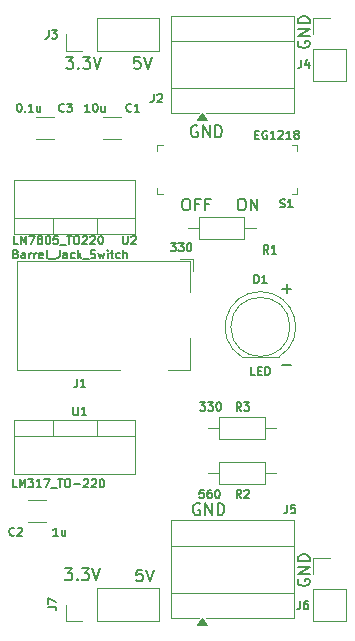
<source format=gto>
%TF.GenerationSoftware,KiCad,Pcbnew,9.0.5*%
%TF.CreationDate,2025-11-24T13:01:10-08:00*%
%TF.ProjectId,project2_breadboard_power_supply,70726f6a-6563-4743-925f-627265616462,rev?*%
%TF.SameCoordinates,Original*%
%TF.FileFunction,Legend,Top*%
%TF.FilePolarity,Positive*%
%FSLAX46Y46*%
G04 Gerber Fmt 4.6, Leading zero omitted, Abs format (unit mm)*
G04 Created by KiCad (PCBNEW 9.0.5) date 2025-11-24 13:01:10*
%MOMM*%
%LPD*%
G01*
G04 APERTURE LIST*
%ADD10C,0.150000*%
%ADD11C,0.120000*%
%ADD12C,0.100000*%
G04 APERTURE END LIST*
D10*
X162627255Y-102169819D02*
X162817731Y-102169819D01*
X162817731Y-102169819D02*
X162912969Y-102217438D01*
X162912969Y-102217438D02*
X163008207Y-102312676D01*
X163008207Y-102312676D02*
X163055826Y-102503152D01*
X163055826Y-102503152D02*
X163055826Y-102836485D01*
X163055826Y-102836485D02*
X163008207Y-103026961D01*
X163008207Y-103026961D02*
X162912969Y-103122200D01*
X162912969Y-103122200D02*
X162817731Y-103169819D01*
X162817731Y-103169819D02*
X162627255Y-103169819D01*
X162627255Y-103169819D02*
X162532017Y-103122200D01*
X162532017Y-103122200D02*
X162436779Y-103026961D01*
X162436779Y-103026961D02*
X162389160Y-102836485D01*
X162389160Y-102836485D02*
X162389160Y-102503152D01*
X162389160Y-102503152D02*
X162436779Y-102312676D01*
X162436779Y-102312676D02*
X162532017Y-102217438D01*
X162532017Y-102217438D02*
X162627255Y-102169819D01*
X163484398Y-103169819D02*
X163484398Y-102169819D01*
X163484398Y-102169819D02*
X164055826Y-103169819D01*
X164055826Y-103169819D02*
X164055826Y-102169819D01*
X154112969Y-90169819D02*
X153636779Y-90169819D01*
X153636779Y-90169819D02*
X153589160Y-90646009D01*
X153589160Y-90646009D02*
X153636779Y-90598390D01*
X153636779Y-90598390D02*
X153732017Y-90550771D01*
X153732017Y-90550771D02*
X153970112Y-90550771D01*
X153970112Y-90550771D02*
X154065350Y-90598390D01*
X154065350Y-90598390D02*
X154112969Y-90646009D01*
X154112969Y-90646009D02*
X154160588Y-90741247D01*
X154160588Y-90741247D02*
X154160588Y-90979342D01*
X154160588Y-90979342D02*
X154112969Y-91074580D01*
X154112969Y-91074580D02*
X154065350Y-91122200D01*
X154065350Y-91122200D02*
X153970112Y-91169819D01*
X153970112Y-91169819D02*
X153732017Y-91169819D01*
X153732017Y-91169819D02*
X153636779Y-91122200D01*
X153636779Y-91122200D02*
X153589160Y-91074580D01*
X154446303Y-90169819D02*
X154779636Y-91169819D01*
X154779636Y-91169819D02*
X155112969Y-90169819D01*
X167517438Y-88839411D02*
X167469819Y-88934649D01*
X167469819Y-88934649D02*
X167469819Y-89077506D01*
X167469819Y-89077506D02*
X167517438Y-89220363D01*
X167517438Y-89220363D02*
X167612676Y-89315601D01*
X167612676Y-89315601D02*
X167707914Y-89363220D01*
X167707914Y-89363220D02*
X167898390Y-89410839D01*
X167898390Y-89410839D02*
X168041247Y-89410839D01*
X168041247Y-89410839D02*
X168231723Y-89363220D01*
X168231723Y-89363220D02*
X168326961Y-89315601D01*
X168326961Y-89315601D02*
X168422200Y-89220363D01*
X168422200Y-89220363D02*
X168469819Y-89077506D01*
X168469819Y-89077506D02*
X168469819Y-88982268D01*
X168469819Y-88982268D02*
X168422200Y-88839411D01*
X168422200Y-88839411D02*
X168374580Y-88791792D01*
X168374580Y-88791792D02*
X168041247Y-88791792D01*
X168041247Y-88791792D02*
X168041247Y-88982268D01*
X168469819Y-88363220D02*
X167469819Y-88363220D01*
X167469819Y-88363220D02*
X168469819Y-87791792D01*
X168469819Y-87791792D02*
X167469819Y-87791792D01*
X168469819Y-87315601D02*
X167469819Y-87315601D01*
X167469819Y-87315601D02*
X167469819Y-87077506D01*
X167469819Y-87077506D02*
X167517438Y-86934649D01*
X167517438Y-86934649D02*
X167612676Y-86839411D01*
X167612676Y-86839411D02*
X167707914Y-86791792D01*
X167707914Y-86791792D02*
X167898390Y-86744173D01*
X167898390Y-86744173D02*
X168041247Y-86744173D01*
X168041247Y-86744173D02*
X168231723Y-86791792D01*
X168231723Y-86791792D02*
X168326961Y-86839411D01*
X168326961Y-86839411D02*
X168422200Y-86934649D01*
X168422200Y-86934649D02*
X168469819Y-87077506D01*
X168469819Y-87077506D02*
X168469819Y-87315601D01*
X159160588Y-128017438D02*
X159065350Y-127969819D01*
X159065350Y-127969819D02*
X158922493Y-127969819D01*
X158922493Y-127969819D02*
X158779636Y-128017438D01*
X158779636Y-128017438D02*
X158684398Y-128112676D01*
X158684398Y-128112676D02*
X158636779Y-128207914D01*
X158636779Y-128207914D02*
X158589160Y-128398390D01*
X158589160Y-128398390D02*
X158589160Y-128541247D01*
X158589160Y-128541247D02*
X158636779Y-128731723D01*
X158636779Y-128731723D02*
X158684398Y-128826961D01*
X158684398Y-128826961D02*
X158779636Y-128922200D01*
X158779636Y-128922200D02*
X158922493Y-128969819D01*
X158922493Y-128969819D02*
X159017731Y-128969819D01*
X159017731Y-128969819D02*
X159160588Y-128922200D01*
X159160588Y-128922200D02*
X159208207Y-128874580D01*
X159208207Y-128874580D02*
X159208207Y-128541247D01*
X159208207Y-128541247D02*
X159017731Y-128541247D01*
X159636779Y-128969819D02*
X159636779Y-127969819D01*
X159636779Y-127969819D02*
X160208207Y-128969819D01*
X160208207Y-128969819D02*
X160208207Y-127969819D01*
X160684398Y-128969819D02*
X160684398Y-127969819D01*
X160684398Y-127969819D02*
X160922493Y-127969819D01*
X160922493Y-127969819D02*
X161065350Y-128017438D01*
X161065350Y-128017438D02*
X161160588Y-128112676D01*
X161160588Y-128112676D02*
X161208207Y-128207914D01*
X161208207Y-128207914D02*
X161255826Y-128398390D01*
X161255826Y-128398390D02*
X161255826Y-128541247D01*
X161255826Y-128541247D02*
X161208207Y-128731723D01*
X161208207Y-128731723D02*
X161160588Y-128826961D01*
X161160588Y-128826961D02*
X161065350Y-128922200D01*
X161065350Y-128922200D02*
X160922493Y-128969819D01*
X160922493Y-128969819D02*
X160684398Y-128969819D01*
X166136779Y-116288866D02*
X166898684Y-116288866D01*
X147741541Y-133469819D02*
X148360588Y-133469819D01*
X148360588Y-133469819D02*
X148027255Y-133850771D01*
X148027255Y-133850771D02*
X148170112Y-133850771D01*
X148170112Y-133850771D02*
X148265350Y-133898390D01*
X148265350Y-133898390D02*
X148312969Y-133946009D01*
X148312969Y-133946009D02*
X148360588Y-134041247D01*
X148360588Y-134041247D02*
X148360588Y-134279342D01*
X148360588Y-134279342D02*
X148312969Y-134374580D01*
X148312969Y-134374580D02*
X148265350Y-134422200D01*
X148265350Y-134422200D02*
X148170112Y-134469819D01*
X148170112Y-134469819D02*
X147884398Y-134469819D01*
X147884398Y-134469819D02*
X147789160Y-134422200D01*
X147789160Y-134422200D02*
X147741541Y-134374580D01*
X148789160Y-134374580D02*
X148836779Y-134422200D01*
X148836779Y-134422200D02*
X148789160Y-134469819D01*
X148789160Y-134469819D02*
X148741541Y-134422200D01*
X148741541Y-134422200D02*
X148789160Y-134374580D01*
X148789160Y-134374580D02*
X148789160Y-134469819D01*
X149170112Y-133469819D02*
X149789159Y-133469819D01*
X149789159Y-133469819D02*
X149455826Y-133850771D01*
X149455826Y-133850771D02*
X149598683Y-133850771D01*
X149598683Y-133850771D02*
X149693921Y-133898390D01*
X149693921Y-133898390D02*
X149741540Y-133946009D01*
X149741540Y-133946009D02*
X149789159Y-134041247D01*
X149789159Y-134041247D02*
X149789159Y-134279342D01*
X149789159Y-134279342D02*
X149741540Y-134374580D01*
X149741540Y-134374580D02*
X149693921Y-134422200D01*
X149693921Y-134422200D02*
X149598683Y-134469819D01*
X149598683Y-134469819D02*
X149312969Y-134469819D01*
X149312969Y-134469819D02*
X149217731Y-134422200D01*
X149217731Y-134422200D02*
X149170112Y-134374580D01*
X150074874Y-133469819D02*
X150408207Y-134469819D01*
X150408207Y-134469819D02*
X150741540Y-133469819D01*
X147841541Y-90169819D02*
X148460588Y-90169819D01*
X148460588Y-90169819D02*
X148127255Y-90550771D01*
X148127255Y-90550771D02*
X148270112Y-90550771D01*
X148270112Y-90550771D02*
X148365350Y-90598390D01*
X148365350Y-90598390D02*
X148412969Y-90646009D01*
X148412969Y-90646009D02*
X148460588Y-90741247D01*
X148460588Y-90741247D02*
X148460588Y-90979342D01*
X148460588Y-90979342D02*
X148412969Y-91074580D01*
X148412969Y-91074580D02*
X148365350Y-91122200D01*
X148365350Y-91122200D02*
X148270112Y-91169819D01*
X148270112Y-91169819D02*
X147984398Y-91169819D01*
X147984398Y-91169819D02*
X147889160Y-91122200D01*
X147889160Y-91122200D02*
X147841541Y-91074580D01*
X148889160Y-91074580D02*
X148936779Y-91122200D01*
X148936779Y-91122200D02*
X148889160Y-91169819D01*
X148889160Y-91169819D02*
X148841541Y-91122200D01*
X148841541Y-91122200D02*
X148889160Y-91074580D01*
X148889160Y-91074580D02*
X148889160Y-91169819D01*
X149270112Y-90169819D02*
X149889159Y-90169819D01*
X149889159Y-90169819D02*
X149555826Y-90550771D01*
X149555826Y-90550771D02*
X149698683Y-90550771D01*
X149698683Y-90550771D02*
X149793921Y-90598390D01*
X149793921Y-90598390D02*
X149841540Y-90646009D01*
X149841540Y-90646009D02*
X149889159Y-90741247D01*
X149889159Y-90741247D02*
X149889159Y-90979342D01*
X149889159Y-90979342D02*
X149841540Y-91074580D01*
X149841540Y-91074580D02*
X149793921Y-91122200D01*
X149793921Y-91122200D02*
X149698683Y-91169819D01*
X149698683Y-91169819D02*
X149412969Y-91169819D01*
X149412969Y-91169819D02*
X149317731Y-91122200D01*
X149317731Y-91122200D02*
X149270112Y-91074580D01*
X150174874Y-90169819D02*
X150508207Y-91169819D01*
X150508207Y-91169819D02*
X150841540Y-90169819D01*
X158960588Y-96017438D02*
X158865350Y-95969819D01*
X158865350Y-95969819D02*
X158722493Y-95969819D01*
X158722493Y-95969819D02*
X158579636Y-96017438D01*
X158579636Y-96017438D02*
X158484398Y-96112676D01*
X158484398Y-96112676D02*
X158436779Y-96207914D01*
X158436779Y-96207914D02*
X158389160Y-96398390D01*
X158389160Y-96398390D02*
X158389160Y-96541247D01*
X158389160Y-96541247D02*
X158436779Y-96731723D01*
X158436779Y-96731723D02*
X158484398Y-96826961D01*
X158484398Y-96826961D02*
X158579636Y-96922200D01*
X158579636Y-96922200D02*
X158722493Y-96969819D01*
X158722493Y-96969819D02*
X158817731Y-96969819D01*
X158817731Y-96969819D02*
X158960588Y-96922200D01*
X158960588Y-96922200D02*
X159008207Y-96874580D01*
X159008207Y-96874580D02*
X159008207Y-96541247D01*
X159008207Y-96541247D02*
X158817731Y-96541247D01*
X159436779Y-96969819D02*
X159436779Y-95969819D01*
X159436779Y-95969819D02*
X160008207Y-96969819D01*
X160008207Y-96969819D02*
X160008207Y-95969819D01*
X160484398Y-96969819D02*
X160484398Y-95969819D01*
X160484398Y-95969819D02*
X160722493Y-95969819D01*
X160722493Y-95969819D02*
X160865350Y-96017438D01*
X160865350Y-96017438D02*
X160960588Y-96112676D01*
X160960588Y-96112676D02*
X161008207Y-96207914D01*
X161008207Y-96207914D02*
X161055826Y-96398390D01*
X161055826Y-96398390D02*
X161055826Y-96541247D01*
X161055826Y-96541247D02*
X161008207Y-96731723D01*
X161008207Y-96731723D02*
X160960588Y-96826961D01*
X160960588Y-96826961D02*
X160865350Y-96922200D01*
X160865350Y-96922200D02*
X160722493Y-96969819D01*
X160722493Y-96969819D02*
X160484398Y-96969819D01*
X167517438Y-134394411D02*
X167469819Y-134489649D01*
X167469819Y-134489649D02*
X167469819Y-134632506D01*
X167469819Y-134632506D02*
X167517438Y-134775363D01*
X167517438Y-134775363D02*
X167612676Y-134870601D01*
X167612676Y-134870601D02*
X167707914Y-134918220D01*
X167707914Y-134918220D02*
X167898390Y-134965839D01*
X167898390Y-134965839D02*
X168041247Y-134965839D01*
X168041247Y-134965839D02*
X168231723Y-134918220D01*
X168231723Y-134918220D02*
X168326961Y-134870601D01*
X168326961Y-134870601D02*
X168422200Y-134775363D01*
X168422200Y-134775363D02*
X168469819Y-134632506D01*
X168469819Y-134632506D02*
X168469819Y-134537268D01*
X168469819Y-134537268D02*
X168422200Y-134394411D01*
X168422200Y-134394411D02*
X168374580Y-134346792D01*
X168374580Y-134346792D02*
X168041247Y-134346792D01*
X168041247Y-134346792D02*
X168041247Y-134537268D01*
X168469819Y-133918220D02*
X167469819Y-133918220D01*
X167469819Y-133918220D02*
X168469819Y-133346792D01*
X168469819Y-133346792D02*
X167469819Y-133346792D01*
X168469819Y-132870601D02*
X167469819Y-132870601D01*
X167469819Y-132870601D02*
X167469819Y-132632506D01*
X167469819Y-132632506D02*
X167517438Y-132489649D01*
X167517438Y-132489649D02*
X167612676Y-132394411D01*
X167612676Y-132394411D02*
X167707914Y-132346792D01*
X167707914Y-132346792D02*
X167898390Y-132299173D01*
X167898390Y-132299173D02*
X168041247Y-132299173D01*
X168041247Y-132299173D02*
X168231723Y-132346792D01*
X168231723Y-132346792D02*
X168326961Y-132394411D01*
X168326961Y-132394411D02*
X168422200Y-132489649D01*
X168422200Y-132489649D02*
X168469819Y-132632506D01*
X168469819Y-132632506D02*
X168469819Y-132870601D01*
X157927255Y-102169819D02*
X158117731Y-102169819D01*
X158117731Y-102169819D02*
X158212969Y-102217438D01*
X158212969Y-102217438D02*
X158308207Y-102312676D01*
X158308207Y-102312676D02*
X158355826Y-102503152D01*
X158355826Y-102503152D02*
X158355826Y-102836485D01*
X158355826Y-102836485D02*
X158308207Y-103026961D01*
X158308207Y-103026961D02*
X158212969Y-103122200D01*
X158212969Y-103122200D02*
X158117731Y-103169819D01*
X158117731Y-103169819D02*
X157927255Y-103169819D01*
X157927255Y-103169819D02*
X157832017Y-103122200D01*
X157832017Y-103122200D02*
X157736779Y-103026961D01*
X157736779Y-103026961D02*
X157689160Y-102836485D01*
X157689160Y-102836485D02*
X157689160Y-102503152D01*
X157689160Y-102503152D02*
X157736779Y-102312676D01*
X157736779Y-102312676D02*
X157832017Y-102217438D01*
X157832017Y-102217438D02*
X157927255Y-102169819D01*
X159117731Y-102646009D02*
X158784398Y-102646009D01*
X158784398Y-103169819D02*
X158784398Y-102169819D01*
X158784398Y-102169819D02*
X159260588Y-102169819D01*
X159974874Y-102646009D02*
X159641541Y-102646009D01*
X159641541Y-103169819D02*
X159641541Y-102169819D01*
X159641541Y-102169819D02*
X160117731Y-102169819D01*
X154312969Y-133569819D02*
X153836779Y-133569819D01*
X153836779Y-133569819D02*
X153789160Y-134046009D01*
X153789160Y-134046009D02*
X153836779Y-133998390D01*
X153836779Y-133998390D02*
X153932017Y-133950771D01*
X153932017Y-133950771D02*
X154170112Y-133950771D01*
X154170112Y-133950771D02*
X154265350Y-133998390D01*
X154265350Y-133998390D02*
X154312969Y-134046009D01*
X154312969Y-134046009D02*
X154360588Y-134141247D01*
X154360588Y-134141247D02*
X154360588Y-134379342D01*
X154360588Y-134379342D02*
X154312969Y-134474580D01*
X154312969Y-134474580D02*
X154265350Y-134522200D01*
X154265350Y-134522200D02*
X154170112Y-134569819D01*
X154170112Y-134569819D02*
X153932017Y-134569819D01*
X153932017Y-134569819D02*
X153836779Y-134522200D01*
X153836779Y-134522200D02*
X153789160Y-134474580D01*
X154646303Y-133569819D02*
X154979636Y-134569819D01*
X154979636Y-134569819D02*
X155312969Y-133569819D01*
X166136779Y-109788866D02*
X166898684Y-109788866D01*
X166517731Y-110169819D02*
X166517731Y-109407914D01*
X163783333Y-109316033D02*
X163783333Y-108616033D01*
X163783333Y-108616033D02*
X163950000Y-108616033D01*
X163950000Y-108616033D02*
X164050000Y-108649366D01*
X164050000Y-108649366D02*
X164116667Y-108716033D01*
X164116667Y-108716033D02*
X164150000Y-108782700D01*
X164150000Y-108782700D02*
X164183333Y-108916033D01*
X164183333Y-108916033D02*
X164183333Y-109016033D01*
X164183333Y-109016033D02*
X164150000Y-109149366D01*
X164150000Y-109149366D02*
X164116667Y-109216033D01*
X164116667Y-109216033D02*
X164050000Y-109282700D01*
X164050000Y-109282700D02*
X163950000Y-109316033D01*
X163950000Y-109316033D02*
X163783333Y-109316033D01*
X164850000Y-109316033D02*
X164450000Y-109316033D01*
X164650000Y-109316033D02*
X164650000Y-108616033D01*
X164650000Y-108616033D02*
X164583333Y-108716033D01*
X164583333Y-108716033D02*
X164516667Y-108782700D01*
X164516667Y-108782700D02*
X164450000Y-108816033D01*
X163850000Y-117116033D02*
X163516666Y-117116033D01*
X163516666Y-117116033D02*
X163516666Y-116416033D01*
X164083333Y-116749366D02*
X164316667Y-116749366D01*
X164416667Y-117116033D02*
X164083333Y-117116033D01*
X164083333Y-117116033D02*
X164083333Y-116416033D01*
X164083333Y-116416033D02*
X164416667Y-116416033D01*
X164716666Y-117116033D02*
X164716666Y-116416033D01*
X164716666Y-116416033D02*
X164883333Y-116416033D01*
X164883333Y-116416033D02*
X164983333Y-116449366D01*
X164983333Y-116449366D02*
X165050000Y-116516033D01*
X165050000Y-116516033D02*
X165083333Y-116582700D01*
X165083333Y-116582700D02*
X165116666Y-116716033D01*
X165116666Y-116716033D02*
X165116666Y-116816033D01*
X165116666Y-116816033D02*
X165083333Y-116949366D01*
X165083333Y-116949366D02*
X165050000Y-117016033D01*
X165050000Y-117016033D02*
X164983333Y-117082700D01*
X164983333Y-117082700D02*
X164883333Y-117116033D01*
X164883333Y-117116033D02*
X164716666Y-117116033D01*
X143483333Y-130649366D02*
X143450000Y-130682700D01*
X143450000Y-130682700D02*
X143350000Y-130716033D01*
X143350000Y-130716033D02*
X143283333Y-130716033D01*
X143283333Y-130716033D02*
X143183333Y-130682700D01*
X143183333Y-130682700D02*
X143116667Y-130616033D01*
X143116667Y-130616033D02*
X143083333Y-130549366D01*
X143083333Y-130549366D02*
X143050000Y-130416033D01*
X143050000Y-130416033D02*
X143050000Y-130316033D01*
X143050000Y-130316033D02*
X143083333Y-130182700D01*
X143083333Y-130182700D02*
X143116667Y-130116033D01*
X143116667Y-130116033D02*
X143183333Y-130049366D01*
X143183333Y-130049366D02*
X143283333Y-130016033D01*
X143283333Y-130016033D02*
X143350000Y-130016033D01*
X143350000Y-130016033D02*
X143450000Y-130049366D01*
X143450000Y-130049366D02*
X143483333Y-130082700D01*
X143750000Y-130082700D02*
X143783333Y-130049366D01*
X143783333Y-130049366D02*
X143850000Y-130016033D01*
X143850000Y-130016033D02*
X144016667Y-130016033D01*
X144016667Y-130016033D02*
X144083333Y-130049366D01*
X144083333Y-130049366D02*
X144116667Y-130082700D01*
X144116667Y-130082700D02*
X144150000Y-130149366D01*
X144150000Y-130149366D02*
X144150000Y-130216033D01*
X144150000Y-130216033D02*
X144116667Y-130316033D01*
X144116667Y-130316033D02*
X143716667Y-130716033D01*
X143716667Y-130716033D02*
X144150000Y-130716033D01*
X147183333Y-130716033D02*
X146783333Y-130716033D01*
X146983333Y-130716033D02*
X146983333Y-130016033D01*
X146983333Y-130016033D02*
X146916666Y-130116033D01*
X146916666Y-130116033D02*
X146850000Y-130182700D01*
X146850000Y-130182700D02*
X146783333Y-130216033D01*
X147783333Y-130249366D02*
X147783333Y-130716033D01*
X147483333Y-130249366D02*
X147483333Y-130616033D01*
X147483333Y-130616033D02*
X147516667Y-130682700D01*
X147516667Y-130682700D02*
X147583333Y-130716033D01*
X147583333Y-130716033D02*
X147683333Y-130716033D01*
X147683333Y-130716033D02*
X147750000Y-130682700D01*
X147750000Y-130682700D02*
X147783333Y-130649366D01*
X146366666Y-87916033D02*
X146366666Y-88416033D01*
X146366666Y-88416033D02*
X146333333Y-88516033D01*
X146333333Y-88516033D02*
X146266666Y-88582700D01*
X146266666Y-88582700D02*
X146166666Y-88616033D01*
X146166666Y-88616033D02*
X146100000Y-88616033D01*
X146633333Y-87916033D02*
X147066666Y-87916033D01*
X147066666Y-87916033D02*
X146833333Y-88182700D01*
X146833333Y-88182700D02*
X146933333Y-88182700D01*
X146933333Y-88182700D02*
X146999999Y-88216033D01*
X146999999Y-88216033D02*
X147033333Y-88249366D01*
X147033333Y-88249366D02*
X147066666Y-88316033D01*
X147066666Y-88316033D02*
X147066666Y-88482700D01*
X147066666Y-88482700D02*
X147033333Y-88549366D01*
X147033333Y-88549366D02*
X146999999Y-88582700D01*
X146999999Y-88582700D02*
X146933333Y-88616033D01*
X146933333Y-88616033D02*
X146733333Y-88616033D01*
X146733333Y-88616033D02*
X146666666Y-88582700D01*
X146666666Y-88582700D02*
X146633333Y-88549366D01*
X162683333Y-127516033D02*
X162450000Y-127182700D01*
X162283333Y-127516033D02*
X162283333Y-126816033D01*
X162283333Y-126816033D02*
X162550000Y-126816033D01*
X162550000Y-126816033D02*
X162616667Y-126849366D01*
X162616667Y-126849366D02*
X162650000Y-126882700D01*
X162650000Y-126882700D02*
X162683333Y-126949366D01*
X162683333Y-126949366D02*
X162683333Y-127049366D01*
X162683333Y-127049366D02*
X162650000Y-127116033D01*
X162650000Y-127116033D02*
X162616667Y-127149366D01*
X162616667Y-127149366D02*
X162550000Y-127182700D01*
X162550000Y-127182700D02*
X162283333Y-127182700D01*
X162950000Y-126882700D02*
X162983333Y-126849366D01*
X162983333Y-126849366D02*
X163050000Y-126816033D01*
X163050000Y-126816033D02*
X163216667Y-126816033D01*
X163216667Y-126816033D02*
X163283333Y-126849366D01*
X163283333Y-126849366D02*
X163316667Y-126882700D01*
X163316667Y-126882700D02*
X163350000Y-126949366D01*
X163350000Y-126949366D02*
X163350000Y-127016033D01*
X163350000Y-127016033D02*
X163316667Y-127116033D01*
X163316667Y-127116033D02*
X162916667Y-127516033D01*
X162916667Y-127516033D02*
X163350000Y-127516033D01*
X159200000Y-119416033D02*
X159633333Y-119416033D01*
X159633333Y-119416033D02*
X159400000Y-119682700D01*
X159400000Y-119682700D02*
X159500000Y-119682700D01*
X159500000Y-119682700D02*
X159566666Y-119716033D01*
X159566666Y-119716033D02*
X159600000Y-119749366D01*
X159600000Y-119749366D02*
X159633333Y-119816033D01*
X159633333Y-119816033D02*
X159633333Y-119982700D01*
X159633333Y-119982700D02*
X159600000Y-120049366D01*
X159600000Y-120049366D02*
X159566666Y-120082700D01*
X159566666Y-120082700D02*
X159500000Y-120116033D01*
X159500000Y-120116033D02*
X159300000Y-120116033D01*
X159300000Y-120116033D02*
X159233333Y-120082700D01*
X159233333Y-120082700D02*
X159200000Y-120049366D01*
X159866667Y-119416033D02*
X160300000Y-119416033D01*
X160300000Y-119416033D02*
X160066667Y-119682700D01*
X160066667Y-119682700D02*
X160166667Y-119682700D01*
X160166667Y-119682700D02*
X160233333Y-119716033D01*
X160233333Y-119716033D02*
X160266667Y-119749366D01*
X160266667Y-119749366D02*
X160300000Y-119816033D01*
X160300000Y-119816033D02*
X160300000Y-119982700D01*
X160300000Y-119982700D02*
X160266667Y-120049366D01*
X160266667Y-120049366D02*
X160233333Y-120082700D01*
X160233333Y-120082700D02*
X160166667Y-120116033D01*
X160166667Y-120116033D02*
X159966667Y-120116033D01*
X159966667Y-120116033D02*
X159900000Y-120082700D01*
X159900000Y-120082700D02*
X159866667Y-120049366D01*
X160733334Y-119416033D02*
X160800000Y-119416033D01*
X160800000Y-119416033D02*
X160866667Y-119449366D01*
X160866667Y-119449366D02*
X160900000Y-119482700D01*
X160900000Y-119482700D02*
X160933334Y-119549366D01*
X160933334Y-119549366D02*
X160966667Y-119682700D01*
X160966667Y-119682700D02*
X160966667Y-119849366D01*
X160966667Y-119849366D02*
X160933334Y-119982700D01*
X160933334Y-119982700D02*
X160900000Y-120049366D01*
X160900000Y-120049366D02*
X160866667Y-120082700D01*
X160866667Y-120082700D02*
X160800000Y-120116033D01*
X160800000Y-120116033D02*
X160733334Y-120116033D01*
X160733334Y-120116033D02*
X160666667Y-120082700D01*
X160666667Y-120082700D02*
X160633334Y-120049366D01*
X160633334Y-120049366D02*
X160600000Y-119982700D01*
X160600000Y-119982700D02*
X160566667Y-119849366D01*
X160566667Y-119849366D02*
X160566667Y-119682700D01*
X160566667Y-119682700D02*
X160600000Y-119549366D01*
X160600000Y-119549366D02*
X160633334Y-119482700D01*
X160633334Y-119482700D02*
X160666667Y-119449366D01*
X160666667Y-119449366D02*
X160733334Y-119416033D01*
X164983333Y-106816033D02*
X164750000Y-106482700D01*
X164583333Y-106816033D02*
X164583333Y-106116033D01*
X164583333Y-106116033D02*
X164850000Y-106116033D01*
X164850000Y-106116033D02*
X164916667Y-106149366D01*
X164916667Y-106149366D02*
X164950000Y-106182700D01*
X164950000Y-106182700D02*
X164983333Y-106249366D01*
X164983333Y-106249366D02*
X164983333Y-106349366D01*
X164983333Y-106349366D02*
X164950000Y-106416033D01*
X164950000Y-106416033D02*
X164916667Y-106449366D01*
X164916667Y-106449366D02*
X164850000Y-106482700D01*
X164850000Y-106482700D02*
X164583333Y-106482700D01*
X165650000Y-106816033D02*
X165250000Y-106816033D01*
X165450000Y-106816033D02*
X165450000Y-106116033D01*
X165450000Y-106116033D02*
X165383333Y-106216033D01*
X165383333Y-106216033D02*
X165316667Y-106282700D01*
X165316667Y-106282700D02*
X165250000Y-106316033D01*
X156700000Y-105916033D02*
X157133333Y-105916033D01*
X157133333Y-105916033D02*
X156900000Y-106182700D01*
X156900000Y-106182700D02*
X157000000Y-106182700D01*
X157000000Y-106182700D02*
X157066666Y-106216033D01*
X157066666Y-106216033D02*
X157100000Y-106249366D01*
X157100000Y-106249366D02*
X157133333Y-106316033D01*
X157133333Y-106316033D02*
X157133333Y-106482700D01*
X157133333Y-106482700D02*
X157100000Y-106549366D01*
X157100000Y-106549366D02*
X157066666Y-106582700D01*
X157066666Y-106582700D02*
X157000000Y-106616033D01*
X157000000Y-106616033D02*
X156800000Y-106616033D01*
X156800000Y-106616033D02*
X156733333Y-106582700D01*
X156733333Y-106582700D02*
X156700000Y-106549366D01*
X157366667Y-105916033D02*
X157800000Y-105916033D01*
X157800000Y-105916033D02*
X157566667Y-106182700D01*
X157566667Y-106182700D02*
X157666667Y-106182700D01*
X157666667Y-106182700D02*
X157733333Y-106216033D01*
X157733333Y-106216033D02*
X157766667Y-106249366D01*
X157766667Y-106249366D02*
X157800000Y-106316033D01*
X157800000Y-106316033D02*
X157800000Y-106482700D01*
X157800000Y-106482700D02*
X157766667Y-106549366D01*
X157766667Y-106549366D02*
X157733333Y-106582700D01*
X157733333Y-106582700D02*
X157666667Y-106616033D01*
X157666667Y-106616033D02*
X157466667Y-106616033D01*
X157466667Y-106616033D02*
X157400000Y-106582700D01*
X157400000Y-106582700D02*
X157366667Y-106549366D01*
X158233334Y-105916033D02*
X158300000Y-105916033D01*
X158300000Y-105916033D02*
X158366667Y-105949366D01*
X158366667Y-105949366D02*
X158400000Y-105982700D01*
X158400000Y-105982700D02*
X158433334Y-106049366D01*
X158433334Y-106049366D02*
X158466667Y-106182700D01*
X158466667Y-106182700D02*
X158466667Y-106349366D01*
X158466667Y-106349366D02*
X158433334Y-106482700D01*
X158433334Y-106482700D02*
X158400000Y-106549366D01*
X158400000Y-106549366D02*
X158366667Y-106582700D01*
X158366667Y-106582700D02*
X158300000Y-106616033D01*
X158300000Y-106616033D02*
X158233334Y-106616033D01*
X158233334Y-106616033D02*
X158166667Y-106582700D01*
X158166667Y-106582700D02*
X158133334Y-106549366D01*
X158133334Y-106549366D02*
X158100000Y-106482700D01*
X158100000Y-106482700D02*
X158066667Y-106349366D01*
X158066667Y-106349366D02*
X158066667Y-106182700D01*
X158066667Y-106182700D02*
X158100000Y-106049366D01*
X158100000Y-106049366D02*
X158133334Y-105982700D01*
X158133334Y-105982700D02*
X158166667Y-105949366D01*
X158166667Y-105949366D02*
X158233334Y-105916033D01*
X153383333Y-94749366D02*
X153350000Y-94782700D01*
X153350000Y-94782700D02*
X153250000Y-94816033D01*
X153250000Y-94816033D02*
X153183333Y-94816033D01*
X153183333Y-94816033D02*
X153083333Y-94782700D01*
X153083333Y-94782700D02*
X153016667Y-94716033D01*
X153016667Y-94716033D02*
X152983333Y-94649366D01*
X152983333Y-94649366D02*
X152950000Y-94516033D01*
X152950000Y-94516033D02*
X152950000Y-94416033D01*
X152950000Y-94416033D02*
X152983333Y-94282700D01*
X152983333Y-94282700D02*
X153016667Y-94216033D01*
X153016667Y-94216033D02*
X153083333Y-94149366D01*
X153083333Y-94149366D02*
X153183333Y-94116033D01*
X153183333Y-94116033D02*
X153250000Y-94116033D01*
X153250000Y-94116033D02*
X153350000Y-94149366D01*
X153350000Y-94149366D02*
X153383333Y-94182700D01*
X154050000Y-94816033D02*
X153650000Y-94816033D01*
X153850000Y-94816033D02*
X153850000Y-94116033D01*
X153850000Y-94116033D02*
X153783333Y-94216033D01*
X153783333Y-94216033D02*
X153716667Y-94282700D01*
X153716667Y-94282700D02*
X153650000Y-94316033D01*
X149850000Y-94816033D02*
X149450000Y-94816033D01*
X149650000Y-94816033D02*
X149650000Y-94116033D01*
X149650000Y-94116033D02*
X149583333Y-94216033D01*
X149583333Y-94216033D02*
X149516667Y-94282700D01*
X149516667Y-94282700D02*
X149450000Y-94316033D01*
X150283334Y-94116033D02*
X150350000Y-94116033D01*
X150350000Y-94116033D02*
X150416667Y-94149366D01*
X150416667Y-94149366D02*
X150450000Y-94182700D01*
X150450000Y-94182700D02*
X150483334Y-94249366D01*
X150483334Y-94249366D02*
X150516667Y-94382700D01*
X150516667Y-94382700D02*
X150516667Y-94549366D01*
X150516667Y-94549366D02*
X150483334Y-94682700D01*
X150483334Y-94682700D02*
X150450000Y-94749366D01*
X150450000Y-94749366D02*
X150416667Y-94782700D01*
X150416667Y-94782700D02*
X150350000Y-94816033D01*
X150350000Y-94816033D02*
X150283334Y-94816033D01*
X150283334Y-94816033D02*
X150216667Y-94782700D01*
X150216667Y-94782700D02*
X150183334Y-94749366D01*
X150183334Y-94749366D02*
X150150000Y-94682700D01*
X150150000Y-94682700D02*
X150116667Y-94549366D01*
X150116667Y-94549366D02*
X150116667Y-94382700D01*
X150116667Y-94382700D02*
X150150000Y-94249366D01*
X150150000Y-94249366D02*
X150183334Y-94182700D01*
X150183334Y-94182700D02*
X150216667Y-94149366D01*
X150216667Y-94149366D02*
X150283334Y-94116033D01*
X151116667Y-94349366D02*
X151116667Y-94816033D01*
X150816667Y-94349366D02*
X150816667Y-94716033D01*
X150816667Y-94716033D02*
X150850001Y-94782700D01*
X150850001Y-94782700D02*
X150916667Y-94816033D01*
X150916667Y-94816033D02*
X151016667Y-94816033D01*
X151016667Y-94816033D02*
X151083334Y-94782700D01*
X151083334Y-94782700D02*
X151116667Y-94749366D01*
X147683333Y-94749366D02*
X147650000Y-94782700D01*
X147650000Y-94782700D02*
X147550000Y-94816033D01*
X147550000Y-94816033D02*
X147483333Y-94816033D01*
X147483333Y-94816033D02*
X147383333Y-94782700D01*
X147383333Y-94782700D02*
X147316667Y-94716033D01*
X147316667Y-94716033D02*
X147283333Y-94649366D01*
X147283333Y-94649366D02*
X147250000Y-94516033D01*
X147250000Y-94516033D02*
X147250000Y-94416033D01*
X147250000Y-94416033D02*
X147283333Y-94282700D01*
X147283333Y-94282700D02*
X147316667Y-94216033D01*
X147316667Y-94216033D02*
X147383333Y-94149366D01*
X147383333Y-94149366D02*
X147483333Y-94116033D01*
X147483333Y-94116033D02*
X147550000Y-94116033D01*
X147550000Y-94116033D02*
X147650000Y-94149366D01*
X147650000Y-94149366D02*
X147683333Y-94182700D01*
X147916667Y-94116033D02*
X148350000Y-94116033D01*
X148350000Y-94116033D02*
X148116667Y-94382700D01*
X148116667Y-94382700D02*
X148216667Y-94382700D01*
X148216667Y-94382700D02*
X148283333Y-94416033D01*
X148283333Y-94416033D02*
X148316667Y-94449366D01*
X148316667Y-94449366D02*
X148350000Y-94516033D01*
X148350000Y-94516033D02*
X148350000Y-94682700D01*
X148350000Y-94682700D02*
X148316667Y-94749366D01*
X148316667Y-94749366D02*
X148283333Y-94782700D01*
X148283333Y-94782700D02*
X148216667Y-94816033D01*
X148216667Y-94816033D02*
X148016667Y-94816033D01*
X148016667Y-94816033D02*
X147950000Y-94782700D01*
X147950000Y-94782700D02*
X147916667Y-94749366D01*
X143850000Y-94116033D02*
X143916666Y-94116033D01*
X143916666Y-94116033D02*
X143983333Y-94149366D01*
X143983333Y-94149366D02*
X144016666Y-94182700D01*
X144016666Y-94182700D02*
X144050000Y-94249366D01*
X144050000Y-94249366D02*
X144083333Y-94382700D01*
X144083333Y-94382700D02*
X144083333Y-94549366D01*
X144083333Y-94549366D02*
X144050000Y-94682700D01*
X144050000Y-94682700D02*
X144016666Y-94749366D01*
X144016666Y-94749366D02*
X143983333Y-94782700D01*
X143983333Y-94782700D02*
X143916666Y-94816033D01*
X143916666Y-94816033D02*
X143850000Y-94816033D01*
X143850000Y-94816033D02*
X143783333Y-94782700D01*
X143783333Y-94782700D02*
X143750000Y-94749366D01*
X143750000Y-94749366D02*
X143716666Y-94682700D01*
X143716666Y-94682700D02*
X143683333Y-94549366D01*
X143683333Y-94549366D02*
X143683333Y-94382700D01*
X143683333Y-94382700D02*
X143716666Y-94249366D01*
X143716666Y-94249366D02*
X143750000Y-94182700D01*
X143750000Y-94182700D02*
X143783333Y-94149366D01*
X143783333Y-94149366D02*
X143850000Y-94116033D01*
X144383333Y-94749366D02*
X144416667Y-94782700D01*
X144416667Y-94782700D02*
X144383333Y-94816033D01*
X144383333Y-94816033D02*
X144350000Y-94782700D01*
X144350000Y-94782700D02*
X144383333Y-94749366D01*
X144383333Y-94749366D02*
X144383333Y-94816033D01*
X145083333Y-94816033D02*
X144683333Y-94816033D01*
X144883333Y-94816033D02*
X144883333Y-94116033D01*
X144883333Y-94116033D02*
X144816666Y-94216033D01*
X144816666Y-94216033D02*
X144750000Y-94282700D01*
X144750000Y-94282700D02*
X144683333Y-94316033D01*
X145683333Y-94349366D02*
X145683333Y-94816033D01*
X145383333Y-94349366D02*
X145383333Y-94716033D01*
X145383333Y-94716033D02*
X145416667Y-94782700D01*
X145416667Y-94782700D02*
X145483333Y-94816033D01*
X145483333Y-94816033D02*
X145583333Y-94816033D01*
X145583333Y-94816033D02*
X145650000Y-94782700D01*
X145650000Y-94782700D02*
X145683333Y-94749366D01*
X167666666Y-136231033D02*
X167666666Y-136731033D01*
X167666666Y-136731033D02*
X167633333Y-136831033D01*
X167633333Y-136831033D02*
X167566666Y-136897700D01*
X167566666Y-136897700D02*
X167466666Y-136931033D01*
X167466666Y-136931033D02*
X167400000Y-136931033D01*
X168299999Y-136231033D02*
X168166666Y-136231033D01*
X168166666Y-136231033D02*
X168099999Y-136264366D01*
X168099999Y-136264366D02*
X168066666Y-136297700D01*
X168066666Y-136297700D02*
X167999999Y-136397700D01*
X167999999Y-136397700D02*
X167966666Y-136531033D01*
X167966666Y-136531033D02*
X167966666Y-136797700D01*
X167966666Y-136797700D02*
X167999999Y-136864366D01*
X167999999Y-136864366D02*
X168033333Y-136897700D01*
X168033333Y-136897700D02*
X168099999Y-136931033D01*
X168099999Y-136931033D02*
X168233333Y-136931033D01*
X168233333Y-136931033D02*
X168299999Y-136897700D01*
X168299999Y-136897700D02*
X168333333Y-136864366D01*
X168333333Y-136864366D02*
X168366666Y-136797700D01*
X168366666Y-136797700D02*
X168366666Y-136631033D01*
X168366666Y-136631033D02*
X168333333Y-136564366D01*
X168333333Y-136564366D02*
X168299999Y-136531033D01*
X168299999Y-136531033D02*
X168233333Y-136497700D01*
X168233333Y-136497700D02*
X168099999Y-136497700D01*
X168099999Y-136497700D02*
X168033333Y-136531033D01*
X168033333Y-136531033D02*
X167999999Y-136564366D01*
X167999999Y-136564366D02*
X167966666Y-136631033D01*
X155266666Y-93316033D02*
X155266666Y-93816033D01*
X155266666Y-93816033D02*
X155233333Y-93916033D01*
X155233333Y-93916033D02*
X155166666Y-93982700D01*
X155166666Y-93982700D02*
X155066666Y-94016033D01*
X155066666Y-94016033D02*
X155000000Y-94016033D01*
X155566666Y-93382700D02*
X155599999Y-93349366D01*
X155599999Y-93349366D02*
X155666666Y-93316033D01*
X155666666Y-93316033D02*
X155833333Y-93316033D01*
X155833333Y-93316033D02*
X155899999Y-93349366D01*
X155899999Y-93349366D02*
X155933333Y-93382700D01*
X155933333Y-93382700D02*
X155966666Y-93449366D01*
X155966666Y-93449366D02*
X155966666Y-93516033D01*
X155966666Y-93516033D02*
X155933333Y-93616033D01*
X155933333Y-93616033D02*
X155533333Y-94016033D01*
X155533333Y-94016033D02*
X155966666Y-94016033D01*
X148776666Y-117443533D02*
X148776666Y-117943533D01*
X148776666Y-117943533D02*
X148743333Y-118043533D01*
X148743333Y-118043533D02*
X148676666Y-118110200D01*
X148676666Y-118110200D02*
X148576666Y-118143533D01*
X148576666Y-118143533D02*
X148510000Y-118143533D01*
X149476666Y-118143533D02*
X149076666Y-118143533D01*
X149276666Y-118143533D02*
X149276666Y-117443533D01*
X149276666Y-117443533D02*
X149209999Y-117543533D01*
X149209999Y-117543533D02*
X149143333Y-117610200D01*
X149143333Y-117610200D02*
X149076666Y-117643533D01*
X143633335Y-106849366D02*
X143733335Y-106882700D01*
X143733335Y-106882700D02*
X143766668Y-106916033D01*
X143766668Y-106916033D02*
X143800001Y-106982700D01*
X143800001Y-106982700D02*
X143800001Y-107082700D01*
X143800001Y-107082700D02*
X143766668Y-107149366D01*
X143766668Y-107149366D02*
X143733335Y-107182700D01*
X143733335Y-107182700D02*
X143666668Y-107216033D01*
X143666668Y-107216033D02*
X143400001Y-107216033D01*
X143400001Y-107216033D02*
X143400001Y-106516033D01*
X143400001Y-106516033D02*
X143633335Y-106516033D01*
X143633335Y-106516033D02*
X143700001Y-106549366D01*
X143700001Y-106549366D02*
X143733335Y-106582700D01*
X143733335Y-106582700D02*
X143766668Y-106649366D01*
X143766668Y-106649366D02*
X143766668Y-106716033D01*
X143766668Y-106716033D02*
X143733335Y-106782700D01*
X143733335Y-106782700D02*
X143700001Y-106816033D01*
X143700001Y-106816033D02*
X143633335Y-106849366D01*
X143633335Y-106849366D02*
X143400001Y-106849366D01*
X144400001Y-107216033D02*
X144400001Y-106849366D01*
X144400001Y-106849366D02*
X144366668Y-106782700D01*
X144366668Y-106782700D02*
X144300001Y-106749366D01*
X144300001Y-106749366D02*
X144166668Y-106749366D01*
X144166668Y-106749366D02*
X144100001Y-106782700D01*
X144400001Y-107182700D02*
X144333335Y-107216033D01*
X144333335Y-107216033D02*
X144166668Y-107216033D01*
X144166668Y-107216033D02*
X144100001Y-107182700D01*
X144100001Y-107182700D02*
X144066668Y-107116033D01*
X144066668Y-107116033D02*
X144066668Y-107049366D01*
X144066668Y-107049366D02*
X144100001Y-106982700D01*
X144100001Y-106982700D02*
X144166668Y-106949366D01*
X144166668Y-106949366D02*
X144333335Y-106949366D01*
X144333335Y-106949366D02*
X144400001Y-106916033D01*
X144733334Y-107216033D02*
X144733334Y-106749366D01*
X144733334Y-106882700D02*
X144766668Y-106816033D01*
X144766668Y-106816033D02*
X144800001Y-106782700D01*
X144800001Y-106782700D02*
X144866668Y-106749366D01*
X144866668Y-106749366D02*
X144933334Y-106749366D01*
X145166667Y-107216033D02*
X145166667Y-106749366D01*
X145166667Y-106882700D02*
X145200001Y-106816033D01*
X145200001Y-106816033D02*
X145233334Y-106782700D01*
X145233334Y-106782700D02*
X145300001Y-106749366D01*
X145300001Y-106749366D02*
X145366667Y-106749366D01*
X145866667Y-107182700D02*
X145800000Y-107216033D01*
X145800000Y-107216033D02*
X145666667Y-107216033D01*
X145666667Y-107216033D02*
X145600000Y-107182700D01*
X145600000Y-107182700D02*
X145566667Y-107116033D01*
X145566667Y-107116033D02*
X145566667Y-106849366D01*
X145566667Y-106849366D02*
X145600000Y-106782700D01*
X145600000Y-106782700D02*
X145666667Y-106749366D01*
X145666667Y-106749366D02*
X145800000Y-106749366D01*
X145800000Y-106749366D02*
X145866667Y-106782700D01*
X145866667Y-106782700D02*
X145900000Y-106849366D01*
X145900000Y-106849366D02*
X145900000Y-106916033D01*
X145900000Y-106916033D02*
X145566667Y-106982700D01*
X146300000Y-107216033D02*
X146233334Y-107182700D01*
X146233334Y-107182700D02*
X146200000Y-107116033D01*
X146200000Y-107116033D02*
X146200000Y-106516033D01*
X146400001Y-107282700D02*
X146933334Y-107282700D01*
X147300000Y-106516033D02*
X147300000Y-107016033D01*
X147300000Y-107016033D02*
X147266667Y-107116033D01*
X147266667Y-107116033D02*
X147200000Y-107182700D01*
X147200000Y-107182700D02*
X147100000Y-107216033D01*
X147100000Y-107216033D02*
X147033334Y-107216033D01*
X147933333Y-107216033D02*
X147933333Y-106849366D01*
X147933333Y-106849366D02*
X147900000Y-106782700D01*
X147900000Y-106782700D02*
X147833333Y-106749366D01*
X147833333Y-106749366D02*
X147700000Y-106749366D01*
X147700000Y-106749366D02*
X147633333Y-106782700D01*
X147933333Y-107182700D02*
X147866667Y-107216033D01*
X147866667Y-107216033D02*
X147700000Y-107216033D01*
X147700000Y-107216033D02*
X147633333Y-107182700D01*
X147633333Y-107182700D02*
X147600000Y-107116033D01*
X147600000Y-107116033D02*
X147600000Y-107049366D01*
X147600000Y-107049366D02*
X147633333Y-106982700D01*
X147633333Y-106982700D02*
X147700000Y-106949366D01*
X147700000Y-106949366D02*
X147866667Y-106949366D01*
X147866667Y-106949366D02*
X147933333Y-106916033D01*
X148566666Y-107182700D02*
X148500000Y-107216033D01*
X148500000Y-107216033D02*
X148366666Y-107216033D01*
X148366666Y-107216033D02*
X148300000Y-107182700D01*
X148300000Y-107182700D02*
X148266666Y-107149366D01*
X148266666Y-107149366D02*
X148233333Y-107082700D01*
X148233333Y-107082700D02*
X148233333Y-106882700D01*
X148233333Y-106882700D02*
X148266666Y-106816033D01*
X148266666Y-106816033D02*
X148300000Y-106782700D01*
X148300000Y-106782700D02*
X148366666Y-106749366D01*
X148366666Y-106749366D02*
X148500000Y-106749366D01*
X148500000Y-106749366D02*
X148566666Y-106782700D01*
X148866666Y-107216033D02*
X148866666Y-106516033D01*
X148933333Y-106949366D02*
X149133333Y-107216033D01*
X149133333Y-106749366D02*
X148866666Y-107016033D01*
X149266667Y-107282700D02*
X149800000Y-107282700D01*
X149933333Y-107182700D02*
X150033333Y-107216033D01*
X150033333Y-107216033D02*
X150200000Y-107216033D01*
X150200000Y-107216033D02*
X150266666Y-107182700D01*
X150266666Y-107182700D02*
X150300000Y-107149366D01*
X150300000Y-107149366D02*
X150333333Y-107082700D01*
X150333333Y-107082700D02*
X150333333Y-107016033D01*
X150333333Y-107016033D02*
X150300000Y-106949366D01*
X150300000Y-106949366D02*
X150266666Y-106916033D01*
X150266666Y-106916033D02*
X150200000Y-106882700D01*
X150200000Y-106882700D02*
X150066666Y-106849366D01*
X150066666Y-106849366D02*
X150000000Y-106816033D01*
X150000000Y-106816033D02*
X149966666Y-106782700D01*
X149966666Y-106782700D02*
X149933333Y-106716033D01*
X149933333Y-106716033D02*
X149933333Y-106649366D01*
X149933333Y-106649366D02*
X149966666Y-106582700D01*
X149966666Y-106582700D02*
X150000000Y-106549366D01*
X150000000Y-106549366D02*
X150066666Y-106516033D01*
X150066666Y-106516033D02*
X150233333Y-106516033D01*
X150233333Y-106516033D02*
X150333333Y-106549366D01*
X150566667Y-106749366D02*
X150700000Y-107216033D01*
X150700000Y-107216033D02*
X150833333Y-106882700D01*
X150833333Y-106882700D02*
X150966667Y-107216033D01*
X150966667Y-107216033D02*
X151100000Y-106749366D01*
X151366666Y-107216033D02*
X151366666Y-106749366D01*
X151366666Y-106516033D02*
X151333333Y-106549366D01*
X151333333Y-106549366D02*
X151366666Y-106582700D01*
X151366666Y-106582700D02*
X151400000Y-106549366D01*
X151400000Y-106549366D02*
X151366666Y-106516033D01*
X151366666Y-106516033D02*
X151366666Y-106582700D01*
X151599999Y-106749366D02*
X151866666Y-106749366D01*
X151699999Y-106516033D02*
X151699999Y-107116033D01*
X151699999Y-107116033D02*
X151733333Y-107182700D01*
X151733333Y-107182700D02*
X151799999Y-107216033D01*
X151799999Y-107216033D02*
X151866666Y-107216033D01*
X152399999Y-107182700D02*
X152333333Y-107216033D01*
X152333333Y-107216033D02*
X152199999Y-107216033D01*
X152199999Y-107216033D02*
X152133333Y-107182700D01*
X152133333Y-107182700D02*
X152099999Y-107149366D01*
X152099999Y-107149366D02*
X152066666Y-107082700D01*
X152066666Y-107082700D02*
X152066666Y-106882700D01*
X152066666Y-106882700D02*
X152099999Y-106816033D01*
X152099999Y-106816033D02*
X152133333Y-106782700D01*
X152133333Y-106782700D02*
X152199999Y-106749366D01*
X152199999Y-106749366D02*
X152333333Y-106749366D01*
X152333333Y-106749366D02*
X152399999Y-106782700D01*
X152699999Y-107216033D02*
X152699999Y-106516033D01*
X152999999Y-107216033D02*
X152999999Y-106849366D01*
X152999999Y-106849366D02*
X152966666Y-106782700D01*
X152966666Y-106782700D02*
X152899999Y-106749366D01*
X152899999Y-106749366D02*
X152799999Y-106749366D01*
X152799999Y-106749366D02*
X152733333Y-106782700D01*
X152733333Y-106782700D02*
X152699999Y-106816033D01*
X167766666Y-90391033D02*
X167766666Y-90891033D01*
X167766666Y-90891033D02*
X167733333Y-90991033D01*
X167733333Y-90991033D02*
X167666666Y-91057700D01*
X167666666Y-91057700D02*
X167566666Y-91091033D01*
X167566666Y-91091033D02*
X167500000Y-91091033D01*
X168399999Y-90624366D02*
X168399999Y-91091033D01*
X168233333Y-90357700D02*
X168066666Y-90857700D01*
X168066666Y-90857700D02*
X168499999Y-90857700D01*
X162683333Y-120116033D02*
X162450000Y-119782700D01*
X162283333Y-120116033D02*
X162283333Y-119416033D01*
X162283333Y-119416033D02*
X162550000Y-119416033D01*
X162550000Y-119416033D02*
X162616667Y-119449366D01*
X162616667Y-119449366D02*
X162650000Y-119482700D01*
X162650000Y-119482700D02*
X162683333Y-119549366D01*
X162683333Y-119549366D02*
X162683333Y-119649366D01*
X162683333Y-119649366D02*
X162650000Y-119716033D01*
X162650000Y-119716033D02*
X162616667Y-119749366D01*
X162616667Y-119749366D02*
X162550000Y-119782700D01*
X162550000Y-119782700D02*
X162283333Y-119782700D01*
X162916667Y-119416033D02*
X163350000Y-119416033D01*
X163350000Y-119416033D02*
X163116667Y-119682700D01*
X163116667Y-119682700D02*
X163216667Y-119682700D01*
X163216667Y-119682700D02*
X163283333Y-119716033D01*
X163283333Y-119716033D02*
X163316667Y-119749366D01*
X163316667Y-119749366D02*
X163350000Y-119816033D01*
X163350000Y-119816033D02*
X163350000Y-119982700D01*
X163350000Y-119982700D02*
X163316667Y-120049366D01*
X163316667Y-120049366D02*
X163283333Y-120082700D01*
X163283333Y-120082700D02*
X163216667Y-120116033D01*
X163216667Y-120116033D02*
X163016667Y-120116033D01*
X163016667Y-120116033D02*
X162950000Y-120082700D01*
X162950000Y-120082700D02*
X162916667Y-120049366D01*
X159500000Y-126816033D02*
X159166666Y-126816033D01*
X159166666Y-126816033D02*
X159133333Y-127149366D01*
X159133333Y-127149366D02*
X159166666Y-127116033D01*
X159166666Y-127116033D02*
X159233333Y-127082700D01*
X159233333Y-127082700D02*
X159400000Y-127082700D01*
X159400000Y-127082700D02*
X159466666Y-127116033D01*
X159466666Y-127116033D02*
X159500000Y-127149366D01*
X159500000Y-127149366D02*
X159533333Y-127216033D01*
X159533333Y-127216033D02*
X159533333Y-127382700D01*
X159533333Y-127382700D02*
X159500000Y-127449366D01*
X159500000Y-127449366D02*
X159466666Y-127482700D01*
X159466666Y-127482700D02*
X159400000Y-127516033D01*
X159400000Y-127516033D02*
X159233333Y-127516033D01*
X159233333Y-127516033D02*
X159166666Y-127482700D01*
X159166666Y-127482700D02*
X159133333Y-127449366D01*
X160133333Y-126816033D02*
X160000000Y-126816033D01*
X160000000Y-126816033D02*
X159933333Y-126849366D01*
X159933333Y-126849366D02*
X159900000Y-126882700D01*
X159900000Y-126882700D02*
X159833333Y-126982700D01*
X159833333Y-126982700D02*
X159800000Y-127116033D01*
X159800000Y-127116033D02*
X159800000Y-127382700D01*
X159800000Y-127382700D02*
X159833333Y-127449366D01*
X159833333Y-127449366D02*
X159866667Y-127482700D01*
X159866667Y-127482700D02*
X159933333Y-127516033D01*
X159933333Y-127516033D02*
X160066667Y-127516033D01*
X160066667Y-127516033D02*
X160133333Y-127482700D01*
X160133333Y-127482700D02*
X160166667Y-127449366D01*
X160166667Y-127449366D02*
X160200000Y-127382700D01*
X160200000Y-127382700D02*
X160200000Y-127216033D01*
X160200000Y-127216033D02*
X160166667Y-127149366D01*
X160166667Y-127149366D02*
X160133333Y-127116033D01*
X160133333Y-127116033D02*
X160066667Y-127082700D01*
X160066667Y-127082700D02*
X159933333Y-127082700D01*
X159933333Y-127082700D02*
X159866667Y-127116033D01*
X159866667Y-127116033D02*
X159833333Y-127149366D01*
X159833333Y-127149366D02*
X159800000Y-127216033D01*
X160633334Y-126816033D02*
X160700000Y-126816033D01*
X160700000Y-126816033D02*
X160766667Y-126849366D01*
X160766667Y-126849366D02*
X160800000Y-126882700D01*
X160800000Y-126882700D02*
X160833334Y-126949366D01*
X160833334Y-126949366D02*
X160866667Y-127082700D01*
X160866667Y-127082700D02*
X160866667Y-127249366D01*
X160866667Y-127249366D02*
X160833334Y-127382700D01*
X160833334Y-127382700D02*
X160800000Y-127449366D01*
X160800000Y-127449366D02*
X160766667Y-127482700D01*
X160766667Y-127482700D02*
X160700000Y-127516033D01*
X160700000Y-127516033D02*
X160633334Y-127516033D01*
X160633334Y-127516033D02*
X160566667Y-127482700D01*
X160566667Y-127482700D02*
X160533334Y-127449366D01*
X160533334Y-127449366D02*
X160500000Y-127382700D01*
X160500000Y-127382700D02*
X160466667Y-127249366D01*
X160466667Y-127249366D02*
X160466667Y-127082700D01*
X160466667Y-127082700D02*
X160500000Y-126949366D01*
X160500000Y-126949366D02*
X160533334Y-126882700D01*
X160533334Y-126882700D02*
X160566667Y-126849366D01*
X160566667Y-126849366D02*
X160633334Y-126816033D01*
X152666666Y-105316033D02*
X152666666Y-105882700D01*
X152666666Y-105882700D02*
X152700000Y-105949366D01*
X152700000Y-105949366D02*
X152733333Y-105982700D01*
X152733333Y-105982700D02*
X152800000Y-106016033D01*
X152800000Y-106016033D02*
X152933333Y-106016033D01*
X152933333Y-106016033D02*
X153000000Y-105982700D01*
X153000000Y-105982700D02*
X153033333Y-105949366D01*
X153033333Y-105949366D02*
X153066666Y-105882700D01*
X153066666Y-105882700D02*
X153066666Y-105316033D01*
X153366666Y-105382700D02*
X153399999Y-105349366D01*
X153399999Y-105349366D02*
X153466666Y-105316033D01*
X153466666Y-105316033D02*
X153633333Y-105316033D01*
X153633333Y-105316033D02*
X153699999Y-105349366D01*
X153699999Y-105349366D02*
X153733333Y-105382700D01*
X153733333Y-105382700D02*
X153766666Y-105449366D01*
X153766666Y-105449366D02*
X153766666Y-105516033D01*
X153766666Y-105516033D02*
X153733333Y-105616033D01*
X153733333Y-105616033D02*
X153333333Y-106016033D01*
X153333333Y-106016033D02*
X153766666Y-106016033D01*
X143783333Y-106016033D02*
X143449999Y-106016033D01*
X143449999Y-106016033D02*
X143449999Y-105316033D01*
X144016666Y-106016033D02*
X144016666Y-105316033D01*
X144016666Y-105316033D02*
X144250000Y-105816033D01*
X144250000Y-105816033D02*
X144483333Y-105316033D01*
X144483333Y-105316033D02*
X144483333Y-106016033D01*
X144750000Y-105316033D02*
X145216666Y-105316033D01*
X145216666Y-105316033D02*
X144916666Y-106016033D01*
X145583333Y-105616033D02*
X145516667Y-105582700D01*
X145516667Y-105582700D02*
X145483333Y-105549366D01*
X145483333Y-105549366D02*
X145450000Y-105482700D01*
X145450000Y-105482700D02*
X145450000Y-105449366D01*
X145450000Y-105449366D02*
X145483333Y-105382700D01*
X145483333Y-105382700D02*
X145516667Y-105349366D01*
X145516667Y-105349366D02*
X145583333Y-105316033D01*
X145583333Y-105316033D02*
X145716667Y-105316033D01*
X145716667Y-105316033D02*
X145783333Y-105349366D01*
X145783333Y-105349366D02*
X145816667Y-105382700D01*
X145816667Y-105382700D02*
X145850000Y-105449366D01*
X145850000Y-105449366D02*
X145850000Y-105482700D01*
X145850000Y-105482700D02*
X145816667Y-105549366D01*
X145816667Y-105549366D02*
X145783333Y-105582700D01*
X145783333Y-105582700D02*
X145716667Y-105616033D01*
X145716667Y-105616033D02*
X145583333Y-105616033D01*
X145583333Y-105616033D02*
X145516667Y-105649366D01*
X145516667Y-105649366D02*
X145483333Y-105682700D01*
X145483333Y-105682700D02*
X145450000Y-105749366D01*
X145450000Y-105749366D02*
X145450000Y-105882700D01*
X145450000Y-105882700D02*
X145483333Y-105949366D01*
X145483333Y-105949366D02*
X145516667Y-105982700D01*
X145516667Y-105982700D02*
X145583333Y-106016033D01*
X145583333Y-106016033D02*
X145716667Y-106016033D01*
X145716667Y-106016033D02*
X145783333Y-105982700D01*
X145783333Y-105982700D02*
X145816667Y-105949366D01*
X145816667Y-105949366D02*
X145850000Y-105882700D01*
X145850000Y-105882700D02*
X145850000Y-105749366D01*
X145850000Y-105749366D02*
X145816667Y-105682700D01*
X145816667Y-105682700D02*
X145783333Y-105649366D01*
X145783333Y-105649366D02*
X145716667Y-105616033D01*
X146283334Y-105316033D02*
X146350000Y-105316033D01*
X146350000Y-105316033D02*
X146416667Y-105349366D01*
X146416667Y-105349366D02*
X146450000Y-105382700D01*
X146450000Y-105382700D02*
X146483334Y-105449366D01*
X146483334Y-105449366D02*
X146516667Y-105582700D01*
X146516667Y-105582700D02*
X146516667Y-105749366D01*
X146516667Y-105749366D02*
X146483334Y-105882700D01*
X146483334Y-105882700D02*
X146450000Y-105949366D01*
X146450000Y-105949366D02*
X146416667Y-105982700D01*
X146416667Y-105982700D02*
X146350000Y-106016033D01*
X146350000Y-106016033D02*
X146283334Y-106016033D01*
X146283334Y-106016033D02*
X146216667Y-105982700D01*
X146216667Y-105982700D02*
X146183334Y-105949366D01*
X146183334Y-105949366D02*
X146150000Y-105882700D01*
X146150000Y-105882700D02*
X146116667Y-105749366D01*
X146116667Y-105749366D02*
X146116667Y-105582700D01*
X146116667Y-105582700D02*
X146150000Y-105449366D01*
X146150000Y-105449366D02*
X146183334Y-105382700D01*
X146183334Y-105382700D02*
X146216667Y-105349366D01*
X146216667Y-105349366D02*
X146283334Y-105316033D01*
X147150001Y-105316033D02*
X146816667Y-105316033D01*
X146816667Y-105316033D02*
X146783334Y-105649366D01*
X146783334Y-105649366D02*
X146816667Y-105616033D01*
X146816667Y-105616033D02*
X146883334Y-105582700D01*
X146883334Y-105582700D02*
X147050001Y-105582700D01*
X147050001Y-105582700D02*
X147116667Y-105616033D01*
X147116667Y-105616033D02*
X147150001Y-105649366D01*
X147150001Y-105649366D02*
X147183334Y-105716033D01*
X147183334Y-105716033D02*
X147183334Y-105882700D01*
X147183334Y-105882700D02*
X147150001Y-105949366D01*
X147150001Y-105949366D02*
X147116667Y-105982700D01*
X147116667Y-105982700D02*
X147050001Y-106016033D01*
X147050001Y-106016033D02*
X146883334Y-106016033D01*
X146883334Y-106016033D02*
X146816667Y-105982700D01*
X146816667Y-105982700D02*
X146783334Y-105949366D01*
X147316668Y-106082700D02*
X147850001Y-106082700D01*
X147916667Y-105316033D02*
X148316667Y-105316033D01*
X148116667Y-106016033D02*
X148116667Y-105316033D01*
X148683334Y-105316033D02*
X148816667Y-105316033D01*
X148816667Y-105316033D02*
X148883334Y-105349366D01*
X148883334Y-105349366D02*
X148950000Y-105416033D01*
X148950000Y-105416033D02*
X148983334Y-105549366D01*
X148983334Y-105549366D02*
X148983334Y-105782700D01*
X148983334Y-105782700D02*
X148950000Y-105916033D01*
X148950000Y-105916033D02*
X148883334Y-105982700D01*
X148883334Y-105982700D02*
X148816667Y-106016033D01*
X148816667Y-106016033D02*
X148683334Y-106016033D01*
X148683334Y-106016033D02*
X148616667Y-105982700D01*
X148616667Y-105982700D02*
X148550000Y-105916033D01*
X148550000Y-105916033D02*
X148516667Y-105782700D01*
X148516667Y-105782700D02*
X148516667Y-105549366D01*
X148516667Y-105549366D02*
X148550000Y-105416033D01*
X148550000Y-105416033D02*
X148616667Y-105349366D01*
X148616667Y-105349366D02*
X148683334Y-105316033D01*
X149250000Y-105382700D02*
X149283333Y-105349366D01*
X149283333Y-105349366D02*
X149350000Y-105316033D01*
X149350000Y-105316033D02*
X149516667Y-105316033D01*
X149516667Y-105316033D02*
X149583333Y-105349366D01*
X149583333Y-105349366D02*
X149616667Y-105382700D01*
X149616667Y-105382700D02*
X149650000Y-105449366D01*
X149650000Y-105449366D02*
X149650000Y-105516033D01*
X149650000Y-105516033D02*
X149616667Y-105616033D01*
X149616667Y-105616033D02*
X149216667Y-106016033D01*
X149216667Y-106016033D02*
X149650000Y-106016033D01*
X149916667Y-105382700D02*
X149950000Y-105349366D01*
X149950000Y-105349366D02*
X150016667Y-105316033D01*
X150016667Y-105316033D02*
X150183334Y-105316033D01*
X150183334Y-105316033D02*
X150250000Y-105349366D01*
X150250000Y-105349366D02*
X150283334Y-105382700D01*
X150283334Y-105382700D02*
X150316667Y-105449366D01*
X150316667Y-105449366D02*
X150316667Y-105516033D01*
X150316667Y-105516033D02*
X150283334Y-105616033D01*
X150283334Y-105616033D02*
X149883334Y-106016033D01*
X149883334Y-106016033D02*
X150316667Y-106016033D01*
X150750001Y-105316033D02*
X150816667Y-105316033D01*
X150816667Y-105316033D02*
X150883334Y-105349366D01*
X150883334Y-105349366D02*
X150916667Y-105382700D01*
X150916667Y-105382700D02*
X150950001Y-105449366D01*
X150950001Y-105449366D02*
X150983334Y-105582700D01*
X150983334Y-105582700D02*
X150983334Y-105749366D01*
X150983334Y-105749366D02*
X150950001Y-105882700D01*
X150950001Y-105882700D02*
X150916667Y-105949366D01*
X150916667Y-105949366D02*
X150883334Y-105982700D01*
X150883334Y-105982700D02*
X150816667Y-106016033D01*
X150816667Y-106016033D02*
X150750001Y-106016033D01*
X150750001Y-106016033D02*
X150683334Y-105982700D01*
X150683334Y-105982700D02*
X150650001Y-105949366D01*
X150650001Y-105949366D02*
X150616667Y-105882700D01*
X150616667Y-105882700D02*
X150583334Y-105749366D01*
X150583334Y-105749366D02*
X150583334Y-105582700D01*
X150583334Y-105582700D02*
X150616667Y-105449366D01*
X150616667Y-105449366D02*
X150650001Y-105382700D01*
X150650001Y-105382700D02*
X150683334Y-105349366D01*
X150683334Y-105349366D02*
X150750001Y-105316033D01*
X166566666Y-128116033D02*
X166566666Y-128616033D01*
X166566666Y-128616033D02*
X166533333Y-128716033D01*
X166533333Y-128716033D02*
X166466666Y-128782700D01*
X166466666Y-128782700D02*
X166366666Y-128816033D01*
X166366666Y-128816033D02*
X166300000Y-128816033D01*
X167233333Y-128116033D02*
X166899999Y-128116033D01*
X166899999Y-128116033D02*
X166866666Y-128449366D01*
X166866666Y-128449366D02*
X166899999Y-128416033D01*
X166899999Y-128416033D02*
X166966666Y-128382700D01*
X166966666Y-128382700D02*
X167133333Y-128382700D01*
X167133333Y-128382700D02*
X167199999Y-128416033D01*
X167199999Y-128416033D02*
X167233333Y-128449366D01*
X167233333Y-128449366D02*
X167266666Y-128516033D01*
X167266666Y-128516033D02*
X167266666Y-128682700D01*
X167266666Y-128682700D02*
X167233333Y-128749366D01*
X167233333Y-128749366D02*
X167199999Y-128782700D01*
X167199999Y-128782700D02*
X167133333Y-128816033D01*
X167133333Y-128816033D02*
X166966666Y-128816033D01*
X166966666Y-128816033D02*
X166899999Y-128782700D01*
X166899999Y-128782700D02*
X166866666Y-128749366D01*
X165966666Y-102882700D02*
X166066666Y-102916033D01*
X166066666Y-102916033D02*
X166233333Y-102916033D01*
X166233333Y-102916033D02*
X166299999Y-102882700D01*
X166299999Y-102882700D02*
X166333333Y-102849366D01*
X166333333Y-102849366D02*
X166366666Y-102782700D01*
X166366666Y-102782700D02*
X166366666Y-102716033D01*
X166366666Y-102716033D02*
X166333333Y-102649366D01*
X166333333Y-102649366D02*
X166299999Y-102616033D01*
X166299999Y-102616033D02*
X166233333Y-102582700D01*
X166233333Y-102582700D02*
X166099999Y-102549366D01*
X166099999Y-102549366D02*
X166033333Y-102516033D01*
X166033333Y-102516033D02*
X165999999Y-102482700D01*
X165999999Y-102482700D02*
X165966666Y-102416033D01*
X165966666Y-102416033D02*
X165966666Y-102349366D01*
X165966666Y-102349366D02*
X165999999Y-102282700D01*
X165999999Y-102282700D02*
X166033333Y-102249366D01*
X166033333Y-102249366D02*
X166099999Y-102216033D01*
X166099999Y-102216033D02*
X166266666Y-102216033D01*
X166266666Y-102216033D02*
X166366666Y-102249366D01*
X167033333Y-102916033D02*
X166633333Y-102916033D01*
X166833333Y-102916033D02*
X166833333Y-102216033D01*
X166833333Y-102216033D02*
X166766666Y-102316033D01*
X166766666Y-102316033D02*
X166700000Y-102382700D01*
X166700000Y-102382700D02*
X166633333Y-102416033D01*
X163866666Y-96749366D02*
X164100000Y-96749366D01*
X164200000Y-97116033D02*
X163866666Y-97116033D01*
X163866666Y-97116033D02*
X163866666Y-96416033D01*
X163866666Y-96416033D02*
X164200000Y-96416033D01*
X164866666Y-96449366D02*
X164799999Y-96416033D01*
X164799999Y-96416033D02*
X164699999Y-96416033D01*
X164699999Y-96416033D02*
X164599999Y-96449366D01*
X164599999Y-96449366D02*
X164533333Y-96516033D01*
X164533333Y-96516033D02*
X164499999Y-96582700D01*
X164499999Y-96582700D02*
X164466666Y-96716033D01*
X164466666Y-96716033D02*
X164466666Y-96816033D01*
X164466666Y-96816033D02*
X164499999Y-96949366D01*
X164499999Y-96949366D02*
X164533333Y-97016033D01*
X164533333Y-97016033D02*
X164599999Y-97082700D01*
X164599999Y-97082700D02*
X164699999Y-97116033D01*
X164699999Y-97116033D02*
X164766666Y-97116033D01*
X164766666Y-97116033D02*
X164866666Y-97082700D01*
X164866666Y-97082700D02*
X164899999Y-97049366D01*
X164899999Y-97049366D02*
X164899999Y-96816033D01*
X164899999Y-96816033D02*
X164766666Y-96816033D01*
X165566666Y-97116033D02*
X165166666Y-97116033D01*
X165366666Y-97116033D02*
X165366666Y-96416033D01*
X165366666Y-96416033D02*
X165299999Y-96516033D01*
X165299999Y-96516033D02*
X165233333Y-96582700D01*
X165233333Y-96582700D02*
X165166666Y-96616033D01*
X165833333Y-96482700D02*
X165866666Y-96449366D01*
X165866666Y-96449366D02*
X165933333Y-96416033D01*
X165933333Y-96416033D02*
X166100000Y-96416033D01*
X166100000Y-96416033D02*
X166166666Y-96449366D01*
X166166666Y-96449366D02*
X166200000Y-96482700D01*
X166200000Y-96482700D02*
X166233333Y-96549366D01*
X166233333Y-96549366D02*
X166233333Y-96616033D01*
X166233333Y-96616033D02*
X166200000Y-96716033D01*
X166200000Y-96716033D02*
X165800000Y-97116033D01*
X165800000Y-97116033D02*
X166233333Y-97116033D01*
X166900000Y-97116033D02*
X166500000Y-97116033D01*
X166700000Y-97116033D02*
X166700000Y-96416033D01*
X166700000Y-96416033D02*
X166633333Y-96516033D01*
X166633333Y-96516033D02*
X166566667Y-96582700D01*
X166566667Y-96582700D02*
X166500000Y-96616033D01*
X167300000Y-96716033D02*
X167233334Y-96682700D01*
X167233334Y-96682700D02*
X167200000Y-96649366D01*
X167200000Y-96649366D02*
X167166667Y-96582700D01*
X167166667Y-96582700D02*
X167166667Y-96549366D01*
X167166667Y-96549366D02*
X167200000Y-96482700D01*
X167200000Y-96482700D02*
X167233334Y-96449366D01*
X167233334Y-96449366D02*
X167300000Y-96416033D01*
X167300000Y-96416033D02*
X167433334Y-96416033D01*
X167433334Y-96416033D02*
X167500000Y-96449366D01*
X167500000Y-96449366D02*
X167533334Y-96482700D01*
X167533334Y-96482700D02*
X167566667Y-96549366D01*
X167566667Y-96549366D02*
X167566667Y-96582700D01*
X167566667Y-96582700D02*
X167533334Y-96649366D01*
X167533334Y-96649366D02*
X167500000Y-96682700D01*
X167500000Y-96682700D02*
X167433334Y-96716033D01*
X167433334Y-96716033D02*
X167300000Y-96716033D01*
X167300000Y-96716033D02*
X167233334Y-96749366D01*
X167233334Y-96749366D02*
X167200000Y-96782700D01*
X167200000Y-96782700D02*
X167166667Y-96849366D01*
X167166667Y-96849366D02*
X167166667Y-96982700D01*
X167166667Y-96982700D02*
X167200000Y-97049366D01*
X167200000Y-97049366D02*
X167233334Y-97082700D01*
X167233334Y-97082700D02*
X167300000Y-97116033D01*
X167300000Y-97116033D02*
X167433334Y-97116033D01*
X167433334Y-97116033D02*
X167500000Y-97082700D01*
X167500000Y-97082700D02*
X167533334Y-97049366D01*
X167533334Y-97049366D02*
X167566667Y-96982700D01*
X167566667Y-96982700D02*
X167566667Y-96849366D01*
X167566667Y-96849366D02*
X167533334Y-96782700D01*
X167533334Y-96782700D02*
X167500000Y-96749366D01*
X167500000Y-96749366D02*
X167433334Y-96716033D01*
X146316033Y-136733333D02*
X146816033Y-136733333D01*
X146816033Y-136733333D02*
X146916033Y-136766666D01*
X146916033Y-136766666D02*
X146982700Y-136833333D01*
X146982700Y-136833333D02*
X147016033Y-136933333D01*
X147016033Y-136933333D02*
X147016033Y-137000000D01*
X146316033Y-136466667D02*
X146316033Y-136000000D01*
X146316033Y-136000000D02*
X147016033Y-136300000D01*
X148466666Y-119816033D02*
X148466666Y-120382700D01*
X148466666Y-120382700D02*
X148500000Y-120449366D01*
X148500000Y-120449366D02*
X148533333Y-120482700D01*
X148533333Y-120482700D02*
X148600000Y-120516033D01*
X148600000Y-120516033D02*
X148733333Y-120516033D01*
X148733333Y-120516033D02*
X148800000Y-120482700D01*
X148800000Y-120482700D02*
X148833333Y-120449366D01*
X148833333Y-120449366D02*
X148866666Y-120382700D01*
X148866666Y-120382700D02*
X148866666Y-119816033D01*
X149566666Y-120516033D02*
X149166666Y-120516033D01*
X149366666Y-120516033D02*
X149366666Y-119816033D01*
X149366666Y-119816033D02*
X149299999Y-119916033D01*
X149299999Y-119916033D02*
X149233333Y-119982700D01*
X149233333Y-119982700D02*
X149166666Y-120016033D01*
X143683333Y-126616033D02*
X143349999Y-126616033D01*
X143349999Y-126616033D02*
X143349999Y-125916033D01*
X143916666Y-126616033D02*
X143916666Y-125916033D01*
X143916666Y-125916033D02*
X144150000Y-126416033D01*
X144150000Y-126416033D02*
X144383333Y-125916033D01*
X144383333Y-125916033D02*
X144383333Y-126616033D01*
X144650000Y-125916033D02*
X145083333Y-125916033D01*
X145083333Y-125916033D02*
X144850000Y-126182700D01*
X144850000Y-126182700D02*
X144950000Y-126182700D01*
X144950000Y-126182700D02*
X145016666Y-126216033D01*
X145016666Y-126216033D02*
X145050000Y-126249366D01*
X145050000Y-126249366D02*
X145083333Y-126316033D01*
X145083333Y-126316033D02*
X145083333Y-126482700D01*
X145083333Y-126482700D02*
X145050000Y-126549366D01*
X145050000Y-126549366D02*
X145016666Y-126582700D01*
X145016666Y-126582700D02*
X144950000Y-126616033D01*
X144950000Y-126616033D02*
X144750000Y-126616033D01*
X144750000Y-126616033D02*
X144683333Y-126582700D01*
X144683333Y-126582700D02*
X144650000Y-126549366D01*
X145750000Y-126616033D02*
X145350000Y-126616033D01*
X145550000Y-126616033D02*
X145550000Y-125916033D01*
X145550000Y-125916033D02*
X145483333Y-126016033D01*
X145483333Y-126016033D02*
X145416667Y-126082700D01*
X145416667Y-126082700D02*
X145350000Y-126116033D01*
X145983334Y-125916033D02*
X146450000Y-125916033D01*
X146450000Y-125916033D02*
X146150000Y-126616033D01*
X146550001Y-126682700D02*
X147083334Y-126682700D01*
X147150000Y-125916033D02*
X147550000Y-125916033D01*
X147350000Y-126616033D02*
X147350000Y-125916033D01*
X147916667Y-125916033D02*
X148050000Y-125916033D01*
X148050000Y-125916033D02*
X148116667Y-125949366D01*
X148116667Y-125949366D02*
X148183333Y-126016033D01*
X148183333Y-126016033D02*
X148216667Y-126149366D01*
X148216667Y-126149366D02*
X148216667Y-126382700D01*
X148216667Y-126382700D02*
X148183333Y-126516033D01*
X148183333Y-126516033D02*
X148116667Y-126582700D01*
X148116667Y-126582700D02*
X148050000Y-126616033D01*
X148050000Y-126616033D02*
X147916667Y-126616033D01*
X147916667Y-126616033D02*
X147850000Y-126582700D01*
X147850000Y-126582700D02*
X147783333Y-126516033D01*
X147783333Y-126516033D02*
X147750000Y-126382700D01*
X147750000Y-126382700D02*
X147750000Y-126149366D01*
X147750000Y-126149366D02*
X147783333Y-126016033D01*
X147783333Y-126016033D02*
X147850000Y-125949366D01*
X147850000Y-125949366D02*
X147916667Y-125916033D01*
X148516666Y-126349366D02*
X149050000Y-126349366D01*
X149350000Y-125982700D02*
X149383333Y-125949366D01*
X149383333Y-125949366D02*
X149450000Y-125916033D01*
X149450000Y-125916033D02*
X149616667Y-125916033D01*
X149616667Y-125916033D02*
X149683333Y-125949366D01*
X149683333Y-125949366D02*
X149716667Y-125982700D01*
X149716667Y-125982700D02*
X149750000Y-126049366D01*
X149750000Y-126049366D02*
X149750000Y-126116033D01*
X149750000Y-126116033D02*
X149716667Y-126216033D01*
X149716667Y-126216033D02*
X149316667Y-126616033D01*
X149316667Y-126616033D02*
X149750000Y-126616033D01*
X150016667Y-125982700D02*
X150050000Y-125949366D01*
X150050000Y-125949366D02*
X150116667Y-125916033D01*
X150116667Y-125916033D02*
X150283334Y-125916033D01*
X150283334Y-125916033D02*
X150350000Y-125949366D01*
X150350000Y-125949366D02*
X150383334Y-125982700D01*
X150383334Y-125982700D02*
X150416667Y-126049366D01*
X150416667Y-126049366D02*
X150416667Y-126116033D01*
X150416667Y-126116033D02*
X150383334Y-126216033D01*
X150383334Y-126216033D02*
X149983334Y-126616033D01*
X149983334Y-126616033D02*
X150416667Y-126616033D01*
X150850001Y-125916033D02*
X150916667Y-125916033D01*
X150916667Y-125916033D02*
X150983334Y-125949366D01*
X150983334Y-125949366D02*
X151016667Y-125982700D01*
X151016667Y-125982700D02*
X151050001Y-126049366D01*
X151050001Y-126049366D02*
X151083334Y-126182700D01*
X151083334Y-126182700D02*
X151083334Y-126349366D01*
X151083334Y-126349366D02*
X151050001Y-126482700D01*
X151050001Y-126482700D02*
X151016667Y-126549366D01*
X151016667Y-126549366D02*
X150983334Y-126582700D01*
X150983334Y-126582700D02*
X150916667Y-126616033D01*
X150916667Y-126616033D02*
X150850001Y-126616033D01*
X150850001Y-126616033D02*
X150783334Y-126582700D01*
X150783334Y-126582700D02*
X150750001Y-126549366D01*
X150750001Y-126549366D02*
X150716667Y-126482700D01*
X150716667Y-126482700D02*
X150683334Y-126349366D01*
X150683334Y-126349366D02*
X150683334Y-126182700D01*
X150683334Y-126182700D02*
X150716667Y-126049366D01*
X150716667Y-126049366D02*
X150750001Y-125982700D01*
X150750001Y-125982700D02*
X150783334Y-125949366D01*
X150783334Y-125949366D02*
X150850001Y-125916033D01*
D11*
%TO.C,D1*%
X162760000Y-115590000D02*
X165850000Y-115590000D01*
X162760170Y-115590000D02*
G75*
G02*
X164305000Y-110040000I1544830J2560000D01*
G01*
X164305000Y-110040000D02*
G75*
G02*
X165849830Y-115590000I0J-2990000D01*
G01*
X166805000Y-113030000D02*
G75*
G02*
X161805000Y-113030000I-2500000J0D01*
G01*
X161805000Y-113030000D02*
G75*
G02*
X166805000Y-113030000I2500000J0D01*
G01*
%TO.C,C2*%
X144625000Y-127667500D02*
X146155000Y-127667500D01*
X146155000Y-129507500D02*
X144625000Y-129507500D01*
%TO.C,J3*%
X147840000Y-89640000D02*
X147840000Y-88260000D01*
X149220000Y-89640000D02*
X147840000Y-89640000D01*
X150490000Y-86880000D02*
X155680000Y-86880000D01*
X150490000Y-89640000D02*
X150490000Y-86880000D01*
X150490000Y-89640000D02*
X155680000Y-89640000D01*
X155680000Y-89640000D02*
X155680000Y-86880000D01*
%TO.C,R2*%
X159885000Y-125412500D02*
X160835000Y-125412500D01*
X165625000Y-125412500D02*
X164675000Y-125412500D01*
X164675000Y-126332500D02*
X160835000Y-126332500D01*
X160835000Y-124492500D01*
X164675000Y-124492500D01*
X164675000Y-126332500D01*
%TO.C,R1*%
X158166000Y-104648000D02*
X159116000Y-104648000D01*
X163906000Y-104648000D02*
X162956000Y-104648000D01*
X159116000Y-103728000D02*
X162956000Y-103728000D01*
X162956000Y-105568000D01*
X159116000Y-105568000D01*
X159116000Y-103728000D01*
%TO.C,C1*%
X150975000Y-95282500D02*
X152505000Y-95282500D01*
X152505000Y-97122500D02*
X150975000Y-97122500D01*
%TO.C,C3*%
X145300000Y-95282500D02*
X146830000Y-95282500D01*
X146830000Y-97122500D02*
X145300000Y-97122500D01*
%TO.C,J6*%
X168800000Y-132600000D02*
X170180000Y-132600000D01*
X168800000Y-133980000D02*
X168800000Y-132600000D01*
X168800000Y-135250000D02*
X168800000Y-137900000D01*
X168800000Y-135250000D02*
X171560000Y-135250000D01*
X168800000Y-137900000D02*
X171560000Y-137900000D01*
X171560000Y-135250000D02*
X171560000Y-137900000D01*
%TO.C,J2*%
X156725000Y-86685000D02*
X167125000Y-86685000D01*
X156725000Y-88805000D02*
X167125000Y-88805000D01*
X156725000Y-92805000D02*
X167125000Y-92805000D01*
X156725000Y-94925000D02*
X156725000Y-86685000D01*
X159085000Y-94925000D02*
X156725000Y-94925000D01*
X167125000Y-86685000D02*
X167125000Y-94925000D01*
X167125000Y-94925000D02*
X159685000Y-94925000D01*
X159825000Y-95535000D02*
X158945000Y-95535000D01*
X159385000Y-94925000D01*
X159825000Y-95535000D01*
G36*
X159825000Y-95535000D02*
G01*
X158945000Y-95535000D01*
X159385000Y-94925000D01*
X159825000Y-95535000D01*
G37*
%TO.C,J1*%
X143660000Y-107477500D02*
X158360000Y-107477500D01*
X143660000Y-116677500D02*
X143660000Y-107477500D01*
X152460000Y-116677500D02*
X143660000Y-116677500D01*
X157510000Y-107277500D02*
X158560000Y-107277500D01*
X158360000Y-107477500D02*
X158360000Y-110077500D01*
X158360000Y-113977500D02*
X158360000Y-116677500D01*
X158360000Y-116677500D02*
X156460000Y-116677500D01*
X158560000Y-108327500D02*
X158560000Y-107277500D01*
%TO.C,J4*%
X168800000Y-86880000D02*
X170180000Y-86880000D01*
X168800000Y-88260000D02*
X168800000Y-86880000D01*
X168800000Y-89530000D02*
X168800000Y-92180000D01*
X168800000Y-89530000D02*
X171560000Y-89530000D01*
X168800000Y-92180000D02*
X171560000Y-92180000D01*
X171560000Y-89530000D02*
X171560000Y-92180000D01*
%TO.C,R3*%
X159885000Y-121602500D02*
X160835000Y-121602500D01*
X165625000Y-121602500D02*
X164675000Y-121602500D01*
X160835000Y-120682500D02*
X164675000Y-120682500D01*
X164675000Y-122522500D01*
X160835000Y-122522500D01*
X160835000Y-120682500D01*
%TO.C,U2*%
X143475000Y-100557500D02*
X153695000Y-100557500D01*
X143475000Y-105177500D02*
X143475000Y-100557500D01*
X146735000Y-105177500D02*
X146735000Y-103797500D01*
X150435000Y-105177500D02*
X150435000Y-103797500D01*
X153695000Y-100557500D02*
X153695000Y-105177500D01*
X153695000Y-103797500D02*
X143475000Y-103797500D01*
X153695000Y-105177500D02*
X143475000Y-105177500D01*
%TO.C,J5*%
X156725000Y-129420000D02*
X167125000Y-129420000D01*
X156725000Y-131540000D02*
X167125000Y-131540000D01*
X156725000Y-135540000D02*
X167125000Y-135540000D01*
X156725000Y-137660000D02*
X156725000Y-129420000D01*
X159085000Y-137660000D02*
X156725000Y-137660000D01*
X167125000Y-129420000D02*
X167125000Y-137660000D01*
X167125000Y-137660000D02*
X159685000Y-137660000D01*
X159825000Y-138270000D02*
X158945000Y-138270000D01*
X159385000Y-137660000D01*
X159825000Y-138270000D01*
G36*
X159825000Y-138270000D02*
G01*
X158945000Y-138270000D01*
X159385000Y-137660000D01*
X159825000Y-138270000D01*
G37*
D12*
%TO.C,S1*%
X155545000Y-97595000D02*
X155545000Y-98095000D01*
X155545000Y-97595000D02*
X156045000Y-97595000D01*
X155545000Y-101795000D02*
X155545000Y-101295000D01*
X155545000Y-101795000D02*
X156045000Y-101795000D01*
X167445000Y-97595000D02*
X166945000Y-97595000D01*
X167445000Y-97595000D02*
X167445000Y-98095000D01*
X167445000Y-101795000D02*
X166945000Y-101795000D01*
X167445000Y-101795000D02*
X167445000Y-101295000D01*
D11*
%TO.C,J7*%
X147845000Y-137915000D02*
X147845000Y-136535000D01*
X149225000Y-137915000D02*
X147845000Y-137915000D01*
X150495000Y-135155000D02*
X155685000Y-135155000D01*
X150495000Y-137915000D02*
X150495000Y-135155000D01*
X150495000Y-137915000D02*
X155685000Y-137915000D01*
X155685000Y-137915000D02*
X155685000Y-135155000D01*
%TO.C,U1*%
X143475000Y-120882500D02*
X153695000Y-120882500D01*
X143475000Y-122262500D02*
X153695000Y-122262500D01*
X143475000Y-125502500D02*
X143475000Y-120882500D01*
X146735000Y-120882500D02*
X146735000Y-122262500D01*
X150435000Y-120882500D02*
X150435000Y-122262500D01*
X153695000Y-120882500D02*
X153695000Y-125502500D01*
X153695000Y-125502500D02*
X143475000Y-125502500D01*
%TD*%
M02*

</source>
